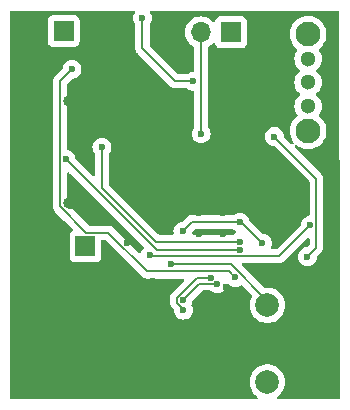
<source format=gbr>
%TF.GenerationSoftware,KiCad,Pcbnew,7.0.9*%
%TF.CreationDate,2024-10-01T20:52:59+03:00*%
%TF.ProjectId,LED-HeadBand,4c45442d-4865-4616-9442-616e642e6b69,rev?*%
%TF.SameCoordinates,Original*%
%TF.FileFunction,Copper,L2,Bot*%
%TF.FilePolarity,Positive*%
%FSLAX46Y46*%
G04 Gerber Fmt 4.6, Leading zero omitted, Abs format (unit mm)*
G04 Created by KiCad (PCBNEW 7.0.9) date 2024-10-01 20:52:59*
%MOMM*%
%LPD*%
G01*
G04 APERTURE LIST*
%TA.AperFunction,ComponentPad*%
%ADD10R,1.700000X1.700000*%
%TD*%
%TA.AperFunction,ComponentPad*%
%ADD11O,1.700000X1.700000*%
%TD*%
%TA.AperFunction,ComponentPad*%
%ADD12C,2.100000*%
%TD*%
%TA.AperFunction,ComponentPad*%
%ADD13C,1.300000*%
%TD*%
%TA.AperFunction,ComponentPad*%
%ADD14C,2.000000*%
%TD*%
%TA.AperFunction,ComponentPad*%
%ADD15O,2.000000X1.000000*%
%TD*%
%TA.AperFunction,ComponentPad*%
%ADD16O,1.800000X1.000000*%
%TD*%
%TA.AperFunction,ComponentPad*%
%ADD17R,1.676403X1.676403*%
%TD*%
%TA.AperFunction,ComponentPad*%
%ADD18C,1.676403*%
%TD*%
%TA.AperFunction,ViaPad*%
%ADD19C,0.600000*%
%TD*%
%TA.AperFunction,Conductor*%
%ADD20C,0.150000*%
%TD*%
%TA.AperFunction,Conductor*%
%ADD21C,0.200000*%
%TD*%
G04 APERTURE END LIST*
D10*
%TO.P,J2,1,Pin_1*%
%TO.N,/Diode_power*%
X142748000Y-27490000D03*
D11*
%TO.P,J2,2,Pin_2*%
%TO.N,/Diode_Cont*%
X140208000Y-27490000D03*
%TO.P,J2,3,Pin_3*%
%TO.N,GND*%
X137668000Y-27490000D03*
%TD*%
D12*
%TO.P,SW2,*%
%TO.N,*%
X149280000Y-35830000D03*
X149280000Y-27630000D03*
D13*
%TO.P,SW2,1,A*%
%TO.N,Net-(SW2A-A)*%
X149280000Y-33730000D03*
%TO.P,SW2,2,B*%
%TO.N,+BATT*%
X149280000Y-31730000D03*
%TO.P,SW2,3,C*%
%TO.N,unconnected-(SW2A-C-Pad3)*%
X149280000Y-29730000D03*
%TD*%
D10*
%TO.P,BT1,1,+*%
%TO.N,+BATT*%
X128579800Y-27381200D03*
D11*
%TO.P,BT1,2,-*%
%TO.N,GND*%
X126039800Y-27381200D03*
%TD*%
D14*
%TO.P,SW1,1,1*%
%TO.N,/Mode_Switch*%
X145832000Y-57098000D03*
X145832000Y-50598000D03*
%TO.P,SW1,2,2*%
%TO.N,GND*%
X150332000Y-57098000D03*
X150332000Y-50598000D03*
%TD*%
D15*
%TO.P,U6,1,EP*%
%TO.N,GND*%
X129506075Y-33309959D03*
%TO.P,U6,2,EP*%
X129506075Y-41950041D03*
D16*
%TO.P,U6,3,EP*%
X125325988Y-33309959D03*
%TO.P,U6,4,EP*%
X125325988Y-41950041D03*
%TD*%
D17*
%TO.P,U7,1,1*%
%TO.N,Net-(C19-Pad1)*%
X130429003Y-45618396D03*
D18*
%TO.P,U7,2,2*%
%TO.N,GND*%
X127888997Y-45618396D03*
%TD*%
D19*
%TO.N,GND*%
X138430000Y-32512000D03*
X131191000Y-30607000D03*
X138557000Y-42799000D03*
X132461000Y-32893000D03*
X142113000Y-44577000D03*
X145415000Y-32766000D03*
X133731000Y-30353000D03*
X136144000Y-48514000D03*
X144018000Y-50292000D03*
X137414000Y-51689000D03*
X133985000Y-45339000D03*
X140081000Y-44577000D03*
X142113000Y-42799000D03*
X140081000Y-42799000D03*
X145542000Y-47879000D03*
X146812000Y-40640000D03*
X136525000Y-31369000D03*
X142367000Y-49022000D03*
X141732000Y-33782000D03*
X136807000Y-50641000D03*
%TO.N,Net-(JP3-B)*%
X149225000Y-46482000D03*
X146431000Y-36320000D03*
%TO.N,Net-(JP2-A)*%
X149479000Y-43815000D03*
X135892000Y-46355000D03*
%TO.N,/GAIN*%
X138721115Y-51016885D03*
X141023798Y-48266500D03*
%TO.N,/A{slash}R*%
X138686897Y-50161397D03*
X141605000Y-48768000D03*
%TO.N,/Diode_Cont*%
X140228500Y-36068000D03*
%TO.N,Net-(Q1-G)*%
X135255000Y-26289000D03*
X139573000Y-31623000D03*
%TO.N,/Mode_Switch*%
X137668000Y-47117000D03*
%TO.N,Net-(U2-VREG_VOUT)*%
X145415000Y-45339000D03*
X143510000Y-43561000D03*
X138684000Y-44323000D03*
%TO.N,/BAT_VOL*%
X129286000Y-30607000D03*
X143127238Y-48236702D03*
%TO.N,/USB_DM*%
X131826000Y-37211000D03*
X143510000Y-45212000D03*
%TO.N,/USB_DP*%
X143510000Y-45938503D03*
X128778000Y-38227000D03*
%TD*%
D20*
%TO.N,Net-(JP3-B)*%
X149225000Y-46482000D02*
X149981000Y-45726000D01*
X149981000Y-45726000D02*
X149981000Y-39870000D01*
X149981000Y-39870000D02*
X146431000Y-36320000D01*
%TO.N,Net-(JP2-A)*%
X149479000Y-43815000D02*
X146853497Y-46440503D01*
X146853497Y-46440503D02*
X135977503Y-46440503D01*
X135977503Y-46440503D02*
X135892000Y-46355000D01*
%TO.N,/GAIN*%
X139872564Y-48266500D02*
X141023798Y-48266500D01*
X138721115Y-50912051D02*
X138182000Y-50372936D01*
X138721115Y-51016885D02*
X138721115Y-50912051D01*
X138182000Y-50372936D02*
X138182000Y-49957064D01*
X138182000Y-49957064D02*
X139872564Y-48266500D01*
%TO.N,/A{slash}R*%
X140080294Y-48768000D02*
X141605000Y-48768000D01*
X138686897Y-50161397D02*
X140080294Y-48768000D01*
D21*
%TO.N,/Diode_Cont*%
X140228500Y-36068000D02*
X140225000Y-36064500D01*
X140225000Y-36064500D02*
X140225000Y-27490000D01*
%TO.N,Net-(Q1-G)*%
X139573000Y-31623000D02*
X138049000Y-31623000D01*
X138049000Y-31623000D02*
X135255000Y-28829000D01*
X135255000Y-28829000D02*
X135255000Y-26289000D01*
%TO.N,/Mode_Switch*%
X145832000Y-50598000D02*
X145832000Y-50196173D01*
X142752827Y-47117000D02*
X137668000Y-47117000D01*
X145832000Y-50196173D02*
X142752827Y-47117000D01*
%TO.N,Net-(U2-VREG_VOUT)*%
X138684000Y-44323000D02*
X139437292Y-43569708D01*
D20*
X143637000Y-43561000D02*
X143510000Y-43561000D01*
X145415000Y-45339000D02*
X143637000Y-43561000D01*
D21*
X139437292Y-43569708D02*
X143501292Y-43569708D01*
X143501292Y-43569708D02*
X143510000Y-43561000D01*
%TO.N,/BAT_VOL*%
X128251000Y-31642000D02*
X128251000Y-42223099D01*
X128251000Y-42223099D02*
X130477901Y-44450000D01*
X142608500Y-47739500D02*
X143129000Y-48260000D01*
X135640209Y-47739500D02*
X142608500Y-47739500D01*
X143129000Y-48260000D02*
X143129000Y-48238464D01*
X130477901Y-44450000D02*
X132350709Y-44450000D01*
X129286000Y-30607000D02*
X128251000Y-31642000D01*
X143129000Y-48238464D02*
X143127238Y-48236702D01*
X132350709Y-44450000D02*
X135640209Y-47739500D01*
%TO.N,/USB_DM*%
X131826000Y-40640000D02*
X136398000Y-45212000D01*
X131826000Y-37211000D02*
X131826000Y-40640000D01*
X136398000Y-45212000D02*
X143510000Y-45212000D01*
%TO.N,/USB_DP*%
X136489503Y-45938503D02*
X128778000Y-38227000D01*
X143510000Y-45938503D02*
X136489503Y-45938503D01*
%TD*%
%TA.AperFunction,Conductor*%
%TO.N,GND*%
G36*
X129056703Y-39355384D02*
G01*
X129063181Y-39361416D01*
X135320662Y-45618897D01*
X135354147Y-45680220D01*
X135349163Y-45749912D01*
X135320663Y-45794259D01*
X135262183Y-45852739D01*
X135166211Y-46005477D01*
X135124908Y-46123515D01*
X135084186Y-46180291D01*
X135019233Y-46206038D01*
X134950671Y-46192582D01*
X134920185Y-46170241D01*
X132806037Y-44056093D01*
X132800683Y-44049988D01*
X132778995Y-44021722D01*
X132778992Y-44021720D01*
X132778991Y-44021718D01*
X132653550Y-43925464D01*
X132507471Y-43864956D01*
X132499002Y-43863841D01*
X132424855Y-43854079D01*
X132350710Y-43844318D01*
X132350709Y-43844318D01*
X132315379Y-43848969D01*
X132307281Y-43849500D01*
X130777998Y-43849500D01*
X130710959Y-43829815D01*
X130690317Y-43813181D01*
X128887819Y-42010683D01*
X128854334Y-41949360D01*
X128851500Y-41923002D01*
X128851500Y-39449097D01*
X128871185Y-39382058D01*
X128923989Y-39336303D01*
X128993147Y-39326359D01*
X129056703Y-39355384D01*
G37*
%TD.AperFunction*%
%TA.AperFunction,Conductor*%
G36*
X143005190Y-44189215D02*
G01*
X143152070Y-44281507D01*
X143198360Y-44333841D01*
X143209008Y-44402895D01*
X143180633Y-44466743D01*
X143152070Y-44491493D01*
X143007739Y-44582183D01*
X143004903Y-44584445D01*
X143002723Y-44585335D01*
X143001843Y-44585888D01*
X143001746Y-44585733D01*
X142940217Y-44610855D01*
X142927588Y-44611500D01*
X139595815Y-44611500D01*
X139528776Y-44591815D01*
X139483021Y-44539011D01*
X139472594Y-44473619D01*
X139479161Y-44415329D01*
X139506226Y-44350918D01*
X139514680Y-44341554D01*
X139649709Y-44206525D01*
X139711032Y-44173042D01*
X139737389Y-44170208D01*
X142939217Y-44170208D01*
X143005190Y-44189215D01*
G37*
%TD.AperFunction*%
%TA.AperFunction,Conductor*%
G36*
X134551267Y-25673685D02*
G01*
X134597022Y-25726489D01*
X134606966Y-25795647D01*
X134589221Y-25843973D01*
X134529211Y-25939475D01*
X134469631Y-26109745D01*
X134469630Y-26109750D01*
X134449435Y-26288996D01*
X134449435Y-26289003D01*
X134469630Y-26468249D01*
X134469631Y-26468254D01*
X134529211Y-26638523D01*
X134625185Y-26791263D01*
X134627445Y-26794097D01*
X134628334Y-26796275D01*
X134628889Y-26797158D01*
X134628734Y-26797255D01*
X134653855Y-26858783D01*
X134654500Y-26871412D01*
X134654500Y-28785571D01*
X134653969Y-28793669D01*
X134649318Y-28829000D01*
X134654500Y-28868361D01*
X134656843Y-28886159D01*
X134669955Y-28985760D01*
X134669956Y-28985762D01*
X134726282Y-29121746D01*
X134730464Y-29131841D01*
X134826718Y-29257282D01*
X134854995Y-29278980D01*
X134861085Y-29284320D01*
X136228817Y-30652052D01*
X137593669Y-32016904D01*
X137599020Y-32023005D01*
X137620718Y-32051282D01*
X137676976Y-32094450D01*
X137746159Y-32147536D01*
X137746161Y-32147536D01*
X137746163Y-32147538D01*
X137819198Y-32177790D01*
X137892238Y-32208044D01*
X137970619Y-32218363D01*
X138048999Y-32228682D01*
X138049000Y-32228682D01*
X138084329Y-32224030D01*
X138092428Y-32223500D01*
X138990588Y-32223500D01*
X139057627Y-32243185D01*
X139067903Y-32250555D01*
X139070736Y-32252814D01*
X139070738Y-32252816D01*
X139223478Y-32348789D01*
X139393745Y-32408368D01*
X139393750Y-32408369D01*
X139456780Y-32415470D01*
X139514383Y-32421960D01*
X139578797Y-32449026D01*
X139618352Y-32506620D01*
X139624500Y-32545180D01*
X139624500Y-35489976D01*
X139604815Y-35557015D01*
X139599570Y-35564328D01*
X139502711Y-35718476D01*
X139443131Y-35888745D01*
X139443130Y-35888750D01*
X139422935Y-36067996D01*
X139422935Y-36068003D01*
X139443130Y-36247249D01*
X139443131Y-36247254D01*
X139502711Y-36417523D01*
X139554067Y-36499255D01*
X139598684Y-36570262D01*
X139726238Y-36697816D01*
X139878978Y-36793789D01*
X140049245Y-36853368D01*
X140049250Y-36853369D01*
X140228496Y-36873565D01*
X140228500Y-36873565D01*
X140228504Y-36873565D01*
X140407749Y-36853369D01*
X140407752Y-36853368D01*
X140407755Y-36853368D01*
X140578022Y-36793789D01*
X140730762Y-36697816D01*
X140858316Y-36570262D01*
X140954289Y-36417522D01*
X141013868Y-36247255D01*
X141033468Y-36073302D01*
X141034065Y-36068003D01*
X141034065Y-36067996D01*
X141013869Y-35888750D01*
X141013868Y-35888745D01*
X140993312Y-35830000D01*
X140954289Y-35718478D01*
X140858316Y-35565738D01*
X140858315Y-35565737D01*
X140853975Y-35560295D01*
X140856036Y-35558651D01*
X140828334Y-35507918D01*
X140825500Y-35481560D01*
X140825500Y-28770457D01*
X140845185Y-28703418D01*
X140882134Y-28668194D01*
X140881396Y-28667140D01*
X140993352Y-28588747D01*
X141079401Y-28528495D01*
X141201329Y-28406566D01*
X141262648Y-28373084D01*
X141332340Y-28378068D01*
X141388274Y-28419939D01*
X141405189Y-28450917D01*
X141454202Y-28582328D01*
X141454206Y-28582335D01*
X141540452Y-28697544D01*
X141540455Y-28697547D01*
X141655664Y-28783793D01*
X141655671Y-28783797D01*
X141790517Y-28834091D01*
X141790516Y-28834091D01*
X141797444Y-28834835D01*
X141850127Y-28840500D01*
X143645872Y-28840499D01*
X143705483Y-28834091D01*
X143840331Y-28783796D01*
X143955546Y-28697546D01*
X144041796Y-28582331D01*
X144092091Y-28447483D01*
X144098500Y-28387873D01*
X144098499Y-26592128D01*
X144092091Y-26532517D01*
X144090810Y-26529083D01*
X144041797Y-26397671D01*
X144041793Y-26397664D01*
X143955547Y-26282455D01*
X143955544Y-26282452D01*
X143840335Y-26196206D01*
X143840328Y-26196202D01*
X143705482Y-26145908D01*
X143705483Y-26145908D01*
X143645883Y-26139501D01*
X143645881Y-26139500D01*
X143645873Y-26139500D01*
X143645864Y-26139500D01*
X141850129Y-26139500D01*
X141850123Y-26139501D01*
X141790516Y-26145908D01*
X141655671Y-26196202D01*
X141655664Y-26196206D01*
X141540455Y-26282452D01*
X141540452Y-26282455D01*
X141454206Y-26397664D01*
X141454203Y-26397669D01*
X141405189Y-26529083D01*
X141363317Y-26585016D01*
X141297853Y-26609433D01*
X141229580Y-26594581D01*
X141201326Y-26573430D01*
X141079402Y-26451506D01*
X141079395Y-26451501D01*
X140885834Y-26315967D01*
X140885830Y-26315965D01*
X140828010Y-26289003D01*
X140671663Y-26216097D01*
X140671659Y-26216096D01*
X140671655Y-26216094D01*
X140443413Y-26154938D01*
X140443403Y-26154936D01*
X140208001Y-26134341D01*
X140207999Y-26134341D01*
X139972596Y-26154936D01*
X139972586Y-26154938D01*
X139744344Y-26216094D01*
X139744335Y-26216098D01*
X139530171Y-26315964D01*
X139530169Y-26315965D01*
X139336597Y-26451505D01*
X139169505Y-26618597D01*
X139033965Y-26812169D01*
X139033964Y-26812171D01*
X138934098Y-27026335D01*
X138934094Y-27026344D01*
X138872938Y-27254586D01*
X138872936Y-27254596D01*
X138852341Y-27489999D01*
X138852341Y-27490000D01*
X138872936Y-27725403D01*
X138872938Y-27725413D01*
X138934094Y-27953655D01*
X138934096Y-27953659D01*
X138934097Y-27953663D01*
X139007284Y-28110612D01*
X139033965Y-28167830D01*
X139033967Y-28167834D01*
X139169501Y-28361395D01*
X139169506Y-28361402D01*
X139336597Y-28528493D01*
X139336603Y-28528498D01*
X139358989Y-28544173D01*
X139530170Y-28664035D01*
X139536829Y-28667140D01*
X139552904Y-28674636D01*
X139605344Y-28720808D01*
X139624500Y-28787018D01*
X139624500Y-30700818D01*
X139604815Y-30767857D01*
X139552011Y-30813612D01*
X139514384Y-30824038D01*
X139393749Y-30837630D01*
X139393745Y-30837631D01*
X139223476Y-30897211D01*
X139070736Y-30993185D01*
X139067903Y-30995445D01*
X139065724Y-30996334D01*
X139064842Y-30996889D01*
X139064744Y-30996734D01*
X139003217Y-31021855D01*
X138990588Y-31022500D01*
X138349097Y-31022500D01*
X138282058Y-31002815D01*
X138261416Y-30986181D01*
X135891819Y-28616584D01*
X135858334Y-28555261D01*
X135855500Y-28528903D01*
X135855500Y-26871412D01*
X135875185Y-26804373D01*
X135882555Y-26794097D01*
X135884810Y-26791267D01*
X135884816Y-26791262D01*
X135980789Y-26638522D01*
X136040368Y-26468255D01*
X136042255Y-26451506D01*
X136060565Y-26289003D01*
X136060565Y-26288996D01*
X136040369Y-26109750D01*
X136040368Y-26109745D01*
X135980788Y-25939475D01*
X135920779Y-25843973D01*
X135901778Y-25776736D01*
X135922145Y-25709901D01*
X135975413Y-25664686D01*
X136025772Y-25654000D01*
X151768478Y-25654000D01*
X151835517Y-25673685D01*
X151881272Y-25726489D01*
X151892476Y-25777520D01*
X151988577Y-50667364D01*
X151999500Y-53496500D01*
X151999500Y-58414500D01*
X151979815Y-58481539D01*
X151927011Y-58527294D01*
X151875500Y-58538500D01*
X146785411Y-58538500D01*
X146718372Y-58518815D01*
X146672617Y-58466011D01*
X146662673Y-58396853D01*
X146691698Y-58333297D01*
X146709249Y-58316647D01*
X146788829Y-58254706D01*
X146851744Y-58205738D01*
X147020164Y-58022785D01*
X147156173Y-57814607D01*
X147256063Y-57586881D01*
X147317108Y-57345821D01*
X147337643Y-57098000D01*
X147317108Y-56850179D01*
X147256063Y-56609119D01*
X147156173Y-56381393D01*
X147020166Y-56173217D01*
X146998557Y-56149744D01*
X146851744Y-55990262D01*
X146655509Y-55837526D01*
X146655507Y-55837525D01*
X146655506Y-55837524D01*
X146436811Y-55719172D01*
X146436802Y-55719169D01*
X146201616Y-55638429D01*
X145956335Y-55597500D01*
X145707665Y-55597500D01*
X145462383Y-55638429D01*
X145227197Y-55719169D01*
X145227188Y-55719172D01*
X145008493Y-55837524D01*
X144812257Y-55990261D01*
X144643833Y-56173217D01*
X144507826Y-56381393D01*
X144407936Y-56609118D01*
X144346892Y-56850175D01*
X144346890Y-56850187D01*
X144326357Y-57097994D01*
X144326357Y-57098005D01*
X144346890Y-57345812D01*
X144346892Y-57345824D01*
X144407936Y-57586881D01*
X144507826Y-57814606D01*
X144643833Y-58022782D01*
X144643836Y-58022785D01*
X144812256Y-58205738D01*
X144812259Y-58205740D01*
X144812262Y-58205743D01*
X144954751Y-58316647D01*
X144995564Y-58373357D01*
X144999239Y-58443130D01*
X144964607Y-58503813D01*
X144902666Y-58536140D01*
X144878589Y-58538500D01*
X124124500Y-58538500D01*
X124057461Y-58518815D01*
X124011706Y-58466011D01*
X124000500Y-58414500D01*
X124000500Y-42223099D01*
X127645318Y-42223099D01*
X127650500Y-42262459D01*
X127665955Y-42379859D01*
X127665956Y-42379861D01*
X127726464Y-42525940D01*
X127822718Y-42651381D01*
X127850995Y-42673079D01*
X127857085Y-42678419D01*
X128616437Y-43437771D01*
X129342553Y-44163887D01*
X129376038Y-44225210D01*
X129371054Y-44294902D01*
X129329184Y-44350834D01*
X129233253Y-44422649D01*
X129147007Y-44537858D01*
X129147003Y-44537865D01*
X129096709Y-44672711D01*
X129090302Y-44732310D01*
X129090301Y-44732329D01*
X129090301Y-46504468D01*
X129090302Y-46504474D01*
X129096709Y-46564081D01*
X129147003Y-46698926D01*
X129147007Y-46698933D01*
X129233253Y-46814142D01*
X129233256Y-46814145D01*
X129348465Y-46900391D01*
X129348472Y-46900395D01*
X129483318Y-46950689D01*
X129483317Y-46950689D01*
X129490245Y-46951433D01*
X129542928Y-46957098D01*
X131315077Y-46957097D01*
X131374688Y-46950689D01*
X131509536Y-46900394D01*
X131624751Y-46814144D01*
X131711001Y-46698929D01*
X131761296Y-46564081D01*
X131767705Y-46504471D01*
X131767704Y-45174499D01*
X131787389Y-45107461D01*
X131840192Y-45061706D01*
X131891704Y-45050500D01*
X132050612Y-45050500D01*
X132117651Y-45070185D01*
X132138293Y-45086819D01*
X135184878Y-48133404D01*
X135190229Y-48139505D01*
X135211927Y-48167782D01*
X135263445Y-48207313D01*
X135337368Y-48264036D01*
X135483447Y-48324544D01*
X135640208Y-48345183D01*
X135640209Y-48345183D01*
X135675543Y-48340530D01*
X135683643Y-48340000D01*
X138685822Y-48340000D01*
X138752861Y-48359685D01*
X138798616Y-48412489D01*
X138808560Y-48481647D01*
X138779535Y-48545203D01*
X138773505Y-48551678D01*
X138282916Y-49042267D01*
X137804608Y-49520575D01*
X137798507Y-49525925D01*
X137771550Y-49546612D01*
X137747549Y-49577888D01*
X137747534Y-49577908D01*
X137713113Y-49622768D01*
X137679300Y-49666833D01*
X137621313Y-49806827D01*
X137621313Y-49806828D01*
X137605957Y-49923470D01*
X137605955Y-49923483D01*
X137601535Y-49957064D01*
X137605969Y-49990742D01*
X137606500Y-49998844D01*
X137606500Y-50331155D01*
X137605969Y-50339252D01*
X137604531Y-50350179D01*
X137601535Y-50372934D01*
X137606021Y-50407019D01*
X137606023Y-50407034D01*
X137621313Y-50523171D01*
X137621313Y-50523172D01*
X137651069Y-50595009D01*
X137679301Y-50663168D01*
X137749680Y-50754888D01*
X137749689Y-50754899D01*
X137771546Y-50783384D01*
X137771547Y-50783385D01*
X137771549Y-50783387D01*
X137795053Y-50801422D01*
X137798506Y-50804072D01*
X137804609Y-50809425D01*
X137883098Y-50887914D01*
X137916583Y-50949237D01*
X137918637Y-50989475D01*
X137915551Y-51016881D01*
X137915550Y-51016887D01*
X137915550Y-51016888D01*
X137935745Y-51196134D01*
X137935746Y-51196139D01*
X137995326Y-51366408D01*
X138091299Y-51519147D01*
X138218853Y-51646701D01*
X138371593Y-51742674D01*
X138541860Y-51802253D01*
X138541865Y-51802254D01*
X138721111Y-51822450D01*
X138721115Y-51822450D01*
X138721119Y-51822450D01*
X138900364Y-51802254D01*
X138900367Y-51802253D01*
X138900370Y-51802253D01*
X139070637Y-51742674D01*
X139223377Y-51646701D01*
X139350931Y-51519147D01*
X139446904Y-51366407D01*
X139506483Y-51196140D01*
X139506484Y-51196134D01*
X139526680Y-51016888D01*
X139526680Y-51016881D01*
X139506484Y-50837635D01*
X139506483Y-50837630D01*
X139495606Y-50806545D01*
X139446904Y-50667363D01*
X139421342Y-50626682D01*
X139402342Y-50559447D01*
X139412016Y-50518062D01*
X139410386Y-50517492D01*
X139472263Y-50340659D01*
X139472266Y-50340647D01*
X139486548Y-50213883D01*
X139513614Y-50149469D01*
X139522077Y-50140095D01*
X140282355Y-49379819D01*
X140343678Y-49346334D01*
X140370036Y-49343500D01*
X140997060Y-49343500D01*
X141064099Y-49363185D01*
X141084741Y-49379819D01*
X141102738Y-49397816D01*
X141193080Y-49454582D01*
X141249864Y-49490262D01*
X141255478Y-49493789D01*
X141406440Y-49546613D01*
X141425745Y-49553368D01*
X141425750Y-49553369D01*
X141604996Y-49573565D01*
X141605000Y-49573565D01*
X141605004Y-49573565D01*
X141784249Y-49553369D01*
X141784252Y-49553368D01*
X141784255Y-49553368D01*
X141954522Y-49493789D01*
X142107262Y-49397816D01*
X142234816Y-49270262D01*
X142330789Y-49117522D01*
X142390368Y-48947255D01*
X142393471Y-48919711D01*
X142420535Y-48855300D01*
X142478129Y-48815744D01*
X142547966Y-48813604D01*
X142604372Y-48845914D01*
X142624976Y-48866518D01*
X142777716Y-48962491D01*
X142947983Y-49022070D01*
X142947988Y-49022071D01*
X143127234Y-49042267D01*
X143127238Y-49042267D01*
X143127242Y-49042267D01*
X143306487Y-49022071D01*
X143306490Y-49022070D01*
X143306493Y-49022070D01*
X143476760Y-48962491D01*
X143560270Y-48910017D01*
X143627506Y-48891018D01*
X143694342Y-48911386D01*
X143713923Y-48927331D01*
X144499911Y-49713319D01*
X144533396Y-49774642D01*
X144528412Y-49844334D01*
X144516043Y-49868815D01*
X144507827Y-49881391D01*
X144407936Y-50109118D01*
X144346892Y-50350175D01*
X144346890Y-50350187D01*
X144326357Y-50597994D01*
X144326357Y-50598005D01*
X144346890Y-50845812D01*
X144346892Y-50845824D01*
X144407936Y-51086881D01*
X144507826Y-51314606D01*
X144643833Y-51522782D01*
X144643836Y-51522785D01*
X144812256Y-51705738D01*
X145008491Y-51858474D01*
X145227190Y-51976828D01*
X145462386Y-52057571D01*
X145707665Y-52098500D01*
X145956335Y-52098500D01*
X146201614Y-52057571D01*
X146436810Y-51976828D01*
X146655509Y-51858474D01*
X146851744Y-51705738D01*
X147020164Y-51522785D01*
X147156173Y-51314607D01*
X147256063Y-51086881D01*
X147317108Y-50845821D01*
X147317109Y-50845812D01*
X147337643Y-50598005D01*
X147337643Y-50597994D01*
X147317109Y-50350187D01*
X147317107Y-50350175D01*
X147256063Y-50109118D01*
X147156173Y-49881393D01*
X147020166Y-49673217D01*
X146973724Y-49622768D01*
X146851744Y-49490262D01*
X146655509Y-49337526D01*
X146655507Y-49337525D01*
X146655506Y-49337524D01*
X146436811Y-49219172D01*
X146436802Y-49219169D01*
X146201616Y-49138429D01*
X145956335Y-49097500D01*
X145707665Y-49097500D01*
X145707662Y-49097500D01*
X145663405Y-49104884D01*
X145594041Y-49096501D01*
X145555318Y-49070256D01*
X143712746Y-47227684D01*
X143679261Y-47166361D01*
X143684245Y-47096669D01*
X143726117Y-47040736D01*
X143791581Y-47016319D01*
X143800427Y-47016003D01*
X146811716Y-47016003D01*
X146819814Y-47016533D01*
X146840231Y-47019221D01*
X146853496Y-47020968D01*
X146853497Y-47020968D01*
X146889282Y-47016257D01*
X146889306Y-47016254D01*
X146891212Y-47016003D01*
X146891217Y-47016003D01*
X147003733Y-47001190D01*
X147143730Y-46943201D01*
X147149465Y-46938799D01*
X147153463Y-46935733D01*
X147199521Y-46900391D01*
X147233765Y-46874115D01*
X147233765Y-46874113D01*
X147241856Y-46867906D01*
X147241859Y-46867902D01*
X147263948Y-46850954D01*
X147284635Y-46823992D01*
X147289977Y-46817901D01*
X149193820Y-44914058D01*
X149255142Y-44880575D01*
X149324834Y-44885559D01*
X149380767Y-44927431D01*
X149405184Y-44992895D01*
X149405500Y-45001741D01*
X149405500Y-45436257D01*
X149385815Y-45503296D01*
X149369181Y-45523939D01*
X149246310Y-45646809D01*
X149184987Y-45680293D01*
X149172513Y-45682347D01*
X149045750Y-45696630D01*
X148875478Y-45756210D01*
X148722737Y-45852184D01*
X148595184Y-45979737D01*
X148499211Y-46132476D01*
X148439631Y-46302745D01*
X148439630Y-46302750D01*
X148419435Y-46481996D01*
X148419435Y-46482003D01*
X148439630Y-46661249D01*
X148439631Y-46661254D01*
X148499211Y-46831523D01*
X148569384Y-46943202D01*
X148595184Y-46984262D01*
X148722738Y-47111816D01*
X148875478Y-47207789D01*
X148932335Y-47227684D01*
X149045745Y-47267368D01*
X149045750Y-47267369D01*
X149224996Y-47287565D01*
X149225000Y-47287565D01*
X149225004Y-47287565D01*
X149404249Y-47267369D01*
X149404252Y-47267368D01*
X149404255Y-47267368D01*
X149574522Y-47207789D01*
X149727262Y-47111816D01*
X149854816Y-46984262D01*
X149950789Y-46831522D01*
X150010368Y-46661255D01*
X150024651Y-46534485D01*
X150051717Y-46470072D01*
X150060180Y-46460698D01*
X150358398Y-46162480D01*
X150364489Y-46157138D01*
X150391451Y-46136451D01*
X150394500Y-46132478D01*
X150408394Y-46114370D01*
X150408405Y-46114358D01*
X150483698Y-46016233D01*
X150498815Y-45979737D01*
X150541687Y-45876236D01*
X150543166Y-45865003D01*
X150556500Y-45763720D01*
X150556500Y-45763714D01*
X150561465Y-45726000D01*
X150557030Y-45692316D01*
X150556500Y-45684219D01*
X150556500Y-39911780D01*
X150557031Y-39903678D01*
X150561465Y-39869999D01*
X150560797Y-39864929D01*
X150556766Y-39834313D01*
X150556765Y-39834294D01*
X150555576Y-39825265D01*
X150541687Y-39719764D01*
X150483698Y-39579767D01*
X150414612Y-39489732D01*
X150413660Y-39488491D01*
X150413656Y-39488486D01*
X150391449Y-39459547D01*
X150377830Y-39449097D01*
X150364490Y-39438861D01*
X150358400Y-39433520D01*
X148180486Y-37255606D01*
X148147001Y-37194283D01*
X148151985Y-37124591D01*
X148193857Y-37068658D01*
X148259321Y-37044241D01*
X148327594Y-37059093D01*
X148348696Y-37073633D01*
X148365821Y-37088259D01*
X148365823Y-37088260D01*
X148365824Y-37088261D01*
X148365826Y-37088262D01*
X148573910Y-37215777D01*
X148799381Y-37309169D01*
X148799378Y-37309169D01*
X148799384Y-37309170D01*
X148799388Y-37309172D01*
X149036698Y-37366146D01*
X149280000Y-37385294D01*
X149523302Y-37366146D01*
X149760612Y-37309172D01*
X149986089Y-37215777D01*
X150194179Y-37088259D01*
X150379759Y-36929759D01*
X150538259Y-36744179D01*
X150665777Y-36536089D01*
X150759172Y-36310612D01*
X150816146Y-36073302D01*
X150835294Y-35830000D01*
X150816146Y-35586698D01*
X150759172Y-35349388D01*
X150665777Y-35123911D01*
X150665777Y-35123910D01*
X150538262Y-34915826D01*
X150538261Y-34915823D01*
X150502453Y-34873897D01*
X150379759Y-34730241D01*
X150302372Y-34664146D01*
X150217233Y-34591430D01*
X150179040Y-34532923D01*
X150178542Y-34463055D01*
X150198811Y-34422414D01*
X150262366Y-34338255D01*
X150357405Y-34147389D01*
X150415756Y-33942310D01*
X150435429Y-33730000D01*
X150415756Y-33517690D01*
X150357405Y-33312611D01*
X150357403Y-33312606D01*
X150357403Y-33312605D01*
X150262367Y-33121746D01*
X150133870Y-32951591D01*
X149991318Y-32821637D01*
X149955036Y-32761926D01*
X149956797Y-32692078D01*
X149991318Y-32638363D01*
X150093534Y-32545180D01*
X150133872Y-32508407D01*
X150262366Y-32338255D01*
X150309705Y-32243185D01*
X150357403Y-32147394D01*
X150357403Y-32147393D01*
X150357405Y-32147389D01*
X150415756Y-31942310D01*
X150435429Y-31730000D01*
X150415756Y-31517690D01*
X150357405Y-31312611D01*
X150357403Y-31312606D01*
X150357403Y-31312605D01*
X150262367Y-31121746D01*
X150167659Y-30996334D01*
X150133872Y-30951593D01*
X149991317Y-30821636D01*
X149955036Y-30761926D01*
X149956797Y-30692078D01*
X149991318Y-30638363D01*
X150046053Y-30588465D01*
X150133872Y-30508407D01*
X150262366Y-30338255D01*
X150357405Y-30147389D01*
X150415756Y-29942310D01*
X150435429Y-29730000D01*
X150415756Y-29517690D01*
X150357405Y-29312611D01*
X150357403Y-29312606D01*
X150357403Y-29312605D01*
X150262366Y-29121745D01*
X150198812Y-29037587D01*
X150174119Y-28972226D01*
X150188684Y-28903891D01*
X150217233Y-28868569D01*
X150217478Y-28868360D01*
X150379759Y-28729759D01*
X150538259Y-28544179D01*
X150665777Y-28336089D01*
X150759172Y-28110612D01*
X150816146Y-27873302D01*
X150835294Y-27630000D01*
X150816146Y-27386698D01*
X150759172Y-27149388D01*
X150665777Y-26923911D01*
X150665777Y-26923910D01*
X150538262Y-26715826D01*
X150538261Y-26715823D01*
X150472240Y-26638523D01*
X150379759Y-26530241D01*
X150224531Y-26397664D01*
X150194176Y-26371738D01*
X150194173Y-26371737D01*
X149986089Y-26244222D01*
X149760618Y-26150830D01*
X149760621Y-26150830D01*
X149654992Y-26125470D01*
X149523302Y-26093854D01*
X149523300Y-26093853D01*
X149523297Y-26093853D01*
X149280000Y-26074706D01*
X149036702Y-26093853D01*
X148799380Y-26150830D01*
X148573910Y-26244222D01*
X148365826Y-26371737D01*
X148365823Y-26371738D01*
X148180241Y-26530241D01*
X148021738Y-26715823D01*
X148021737Y-26715826D01*
X147894222Y-26923910D01*
X147800830Y-27149380D01*
X147743853Y-27386702D01*
X147724706Y-27630000D01*
X147743853Y-27873297D01*
X147743853Y-27873300D01*
X147743854Y-27873302D01*
X147763147Y-27953663D01*
X147800830Y-28110619D01*
X147894222Y-28336089D01*
X148021737Y-28544173D01*
X148021738Y-28544176D01*
X148075449Y-28607063D01*
X148180241Y-28729759D01*
X148255075Y-28793673D01*
X148342766Y-28868569D01*
X148380959Y-28927076D01*
X148381457Y-28996944D01*
X148361188Y-29037586D01*
X148297633Y-29121746D01*
X148202596Y-29312605D01*
X148202596Y-29312607D01*
X148144244Y-29517689D01*
X148124571Y-29729999D01*
X148124571Y-29730000D01*
X148144244Y-29942310D01*
X148202596Y-30147392D01*
X148202596Y-30147394D01*
X148297632Y-30338253D01*
X148426127Y-30508406D01*
X148568682Y-30638363D01*
X148604963Y-30698075D01*
X148603202Y-30767922D01*
X148568682Y-30821637D01*
X148426127Y-30951593D01*
X148297632Y-31121746D01*
X148202596Y-31312605D01*
X148202596Y-31312607D01*
X148153478Y-31485238D01*
X148144244Y-31517690D01*
X148124571Y-31730000D01*
X148144244Y-31942310D01*
X148175249Y-32051281D01*
X148202596Y-32147392D01*
X148202596Y-32147394D01*
X148297632Y-32338253D01*
X148426127Y-32508406D01*
X148568682Y-32638363D01*
X148604963Y-32698075D01*
X148603202Y-32767922D01*
X148568682Y-32821637D01*
X148426127Y-32951593D01*
X148297632Y-33121746D01*
X148202596Y-33312605D01*
X148202596Y-33312607D01*
X148144244Y-33517689D01*
X148124571Y-33729999D01*
X148124571Y-33730000D01*
X148144244Y-33942310D01*
X148202596Y-34147392D01*
X148202596Y-34147394D01*
X148297633Y-34338253D01*
X148297634Y-34338255D01*
X148329501Y-34380454D01*
X148361188Y-34422414D01*
X148385880Y-34487775D01*
X148371315Y-34556110D01*
X148342766Y-34591431D01*
X148180241Y-34730241D01*
X148021738Y-34915823D01*
X148021737Y-34915826D01*
X147894222Y-35123910D01*
X147800830Y-35349380D01*
X147743853Y-35586702D01*
X147724706Y-35830000D01*
X147743853Y-36073297D01*
X147743853Y-36073300D01*
X147743854Y-36073302D01*
X147793475Y-36279987D01*
X147800830Y-36310619D01*
X147894222Y-36536089D01*
X148021737Y-36744173D01*
X148021738Y-36744175D01*
X148036365Y-36761301D01*
X148064935Y-36825062D01*
X148054498Y-36894148D01*
X148008367Y-36946624D01*
X147941188Y-36965829D01*
X147874291Y-36945666D01*
X147854393Y-36929513D01*
X147266190Y-36341310D01*
X147232705Y-36279987D01*
X147230651Y-36267512D01*
X147216369Y-36140750D01*
X147216368Y-36140745D01*
X147156788Y-35970476D01*
X147105433Y-35888745D01*
X147060816Y-35817738D01*
X146933262Y-35690184D01*
X146780523Y-35594211D01*
X146610254Y-35534631D01*
X146610249Y-35534630D01*
X146431004Y-35514435D01*
X146430996Y-35514435D01*
X146251750Y-35534630D01*
X146251745Y-35534631D01*
X146081476Y-35594211D01*
X145928737Y-35690184D01*
X145801184Y-35817737D01*
X145705211Y-35970476D01*
X145645631Y-36140745D01*
X145645630Y-36140750D01*
X145625435Y-36319996D01*
X145625435Y-36320003D01*
X145645630Y-36499249D01*
X145645631Y-36499254D01*
X145705211Y-36669523D01*
X145783293Y-36793789D01*
X145801184Y-36822262D01*
X145928738Y-36949816D01*
X146081478Y-37045789D01*
X146202856Y-37088261D01*
X146251745Y-37105368D01*
X146251750Y-37105369D01*
X146378512Y-37119651D01*
X146442926Y-37146717D01*
X146452310Y-37155190D01*
X149369181Y-40072061D01*
X149402666Y-40133384D01*
X149405500Y-40159742D01*
X149405500Y-42906902D01*
X149385815Y-42973941D01*
X149333011Y-43019696D01*
X149306316Y-43027096D01*
X149306541Y-43028080D01*
X149299753Y-43029629D01*
X149129478Y-43089210D01*
X148976737Y-43185184D01*
X148849184Y-43312737D01*
X148753210Y-43465478D01*
X148693630Y-43635750D01*
X148679347Y-43762513D01*
X148652280Y-43826927D01*
X148643808Y-43836310D01*
X146651436Y-45828684D01*
X146590113Y-45862169D01*
X146563755Y-45865003D01*
X146253146Y-45865003D01*
X146186107Y-45845318D01*
X146140352Y-45792514D01*
X146130408Y-45723356D01*
X146138968Y-45695262D01*
X146138489Y-45695095D01*
X146200368Y-45518254D01*
X146200369Y-45518249D01*
X146220565Y-45339003D01*
X146220565Y-45338996D01*
X146200369Y-45159750D01*
X146200368Y-45159745D01*
X146174850Y-45086819D01*
X146140789Y-44989478D01*
X146044816Y-44836738D01*
X145917262Y-44709184D01*
X145859216Y-44672711D01*
X145764521Y-44613210D01*
X145594249Y-44553630D01*
X145467485Y-44539347D01*
X145403071Y-44512280D01*
X145393688Y-44503808D01*
X144327651Y-43437771D01*
X144299890Y-43387540D01*
X144297668Y-43388318D01*
X144235789Y-43211478D01*
X144139815Y-43058737D01*
X144012262Y-42931184D01*
X143859523Y-42835211D01*
X143689254Y-42775631D01*
X143689249Y-42775630D01*
X143510004Y-42755435D01*
X143509996Y-42755435D01*
X143330750Y-42775630D01*
X143330745Y-42775631D01*
X143160476Y-42835211D01*
X143007737Y-42931184D01*
X143006033Y-42932889D01*
X143004660Y-42933638D01*
X143002295Y-42935525D01*
X143001964Y-42935110D01*
X142944710Y-42966374D01*
X142918352Y-42969208D01*
X139480720Y-42969208D01*
X139472621Y-42968677D01*
X139437292Y-42964026D01*
X139397931Y-42969208D01*
X139280531Y-42984663D01*
X139280529Y-42984664D01*
X139134452Y-43045171D01*
X139009006Y-43141429D01*
X138987316Y-43169698D01*
X138981963Y-43175802D01*
X138665465Y-43492298D01*
X138604142Y-43525783D01*
X138591668Y-43527837D01*
X138504750Y-43537630D01*
X138334478Y-43597210D01*
X138181737Y-43693184D01*
X138054184Y-43820737D01*
X137958211Y-43973476D01*
X137898631Y-44143745D01*
X137898630Y-44143750D01*
X137878435Y-44322996D01*
X137878435Y-44323002D01*
X137895405Y-44473616D01*
X137883351Y-44542438D01*
X137836002Y-44593818D01*
X137772185Y-44611500D01*
X136698097Y-44611500D01*
X136631058Y-44591815D01*
X136610416Y-44575181D01*
X132462819Y-40427584D01*
X132429334Y-40366261D01*
X132426500Y-40339903D01*
X132426500Y-37793412D01*
X132446185Y-37726373D01*
X132453555Y-37716097D01*
X132455810Y-37713267D01*
X132455816Y-37713262D01*
X132551789Y-37560522D01*
X132611368Y-37390255D01*
X132611927Y-37385293D01*
X132631565Y-37211003D01*
X132631565Y-37210996D01*
X132611369Y-37031750D01*
X132611368Y-37031745D01*
X132581248Y-36945666D01*
X132551789Y-36861478D01*
X132455816Y-36708738D01*
X132328262Y-36581184D01*
X132256494Y-36536089D01*
X132175523Y-36485211D01*
X132005254Y-36425631D01*
X132005249Y-36425630D01*
X131826004Y-36405435D01*
X131825996Y-36405435D01*
X131646750Y-36425630D01*
X131646745Y-36425631D01*
X131476476Y-36485211D01*
X131323737Y-36581184D01*
X131196184Y-36708737D01*
X131100211Y-36861476D01*
X131040631Y-37031745D01*
X131040630Y-37031750D01*
X131020435Y-37210996D01*
X131020435Y-37211003D01*
X131040630Y-37390249D01*
X131040631Y-37390254D01*
X131100211Y-37560523D01*
X131196185Y-37713263D01*
X131198445Y-37716097D01*
X131199334Y-37718275D01*
X131199889Y-37719158D01*
X131199734Y-37719255D01*
X131224855Y-37780783D01*
X131225500Y-37793412D01*
X131225500Y-39525903D01*
X131205815Y-39592942D01*
X131153011Y-39638697D01*
X131083853Y-39648641D01*
X131020297Y-39619616D01*
X131013819Y-39613584D01*
X129608700Y-38208465D01*
X129575215Y-38147142D01*
X129573163Y-38134686D01*
X129563368Y-38047745D01*
X129503789Y-37877478D01*
X129407816Y-37724738D01*
X129280262Y-37597184D01*
X129127521Y-37501210D01*
X128957246Y-37441629D01*
X128950459Y-37440080D01*
X128951008Y-37437671D01*
X128897178Y-37415035D01*
X128857637Y-37357430D01*
X128851500Y-37318902D01*
X128851500Y-31942096D01*
X128871185Y-31875057D01*
X128887815Y-31854419D01*
X129304535Y-31437698D01*
X129365856Y-31404215D01*
X129378311Y-31402163D01*
X129465255Y-31392368D01*
X129635522Y-31332789D01*
X129788262Y-31236816D01*
X129915816Y-31109262D01*
X130011789Y-30956522D01*
X130071368Y-30786255D01*
X130073441Y-30767857D01*
X130091565Y-30607003D01*
X130091565Y-30606996D01*
X130071369Y-30427750D01*
X130071368Y-30427745D01*
X130011788Y-30257476D01*
X129972582Y-30195080D01*
X129915816Y-30104738D01*
X129788262Y-29977184D01*
X129635523Y-29881211D01*
X129465254Y-29821631D01*
X129465249Y-29821630D01*
X129286004Y-29801435D01*
X129285996Y-29801435D01*
X129106750Y-29821630D01*
X129106745Y-29821631D01*
X128936476Y-29881211D01*
X128783737Y-29977184D01*
X128656184Y-30104737D01*
X128560210Y-30257478D01*
X128500630Y-30427750D01*
X128490837Y-30514668D01*
X128463770Y-30579082D01*
X128455298Y-30588465D01*
X127857096Y-31186668D01*
X127850994Y-31192019D01*
X127822718Y-31213717D01*
X127781995Y-31266790D01*
X127726461Y-31339162D01*
X127726461Y-31339163D01*
X127665957Y-31485234D01*
X127665955Y-31485239D01*
X127645318Y-31641998D01*
X127645318Y-31642000D01*
X127649969Y-31677326D01*
X127650500Y-31685427D01*
X127650500Y-42179670D01*
X127649969Y-42187772D01*
X127645318Y-42223098D01*
X127645318Y-42223099D01*
X124000500Y-42223099D01*
X124000500Y-28279070D01*
X127229300Y-28279070D01*
X127229301Y-28279076D01*
X127235708Y-28338683D01*
X127286002Y-28473528D01*
X127286006Y-28473535D01*
X127372252Y-28588744D01*
X127372255Y-28588747D01*
X127487464Y-28674993D01*
X127487471Y-28674997D01*
X127622317Y-28725291D01*
X127622316Y-28725291D01*
X127629244Y-28726035D01*
X127681927Y-28731700D01*
X129477672Y-28731699D01*
X129537283Y-28725291D01*
X129672131Y-28674996D01*
X129787346Y-28588746D01*
X129873596Y-28473531D01*
X129923891Y-28338683D01*
X129930300Y-28279073D01*
X129930299Y-26483328D01*
X129923891Y-26423717D01*
X129914176Y-26397671D01*
X129873597Y-26288871D01*
X129873593Y-26288864D01*
X129787347Y-26173655D01*
X129787344Y-26173652D01*
X129672135Y-26087406D01*
X129672128Y-26087402D01*
X129537282Y-26037108D01*
X129537283Y-26037108D01*
X129477683Y-26030701D01*
X129477681Y-26030700D01*
X129477673Y-26030700D01*
X129477664Y-26030700D01*
X127681929Y-26030700D01*
X127681923Y-26030701D01*
X127622316Y-26037108D01*
X127487471Y-26087402D01*
X127487464Y-26087406D01*
X127372255Y-26173652D01*
X127372252Y-26173655D01*
X127286006Y-26288864D01*
X127286002Y-26288871D01*
X127235708Y-26423717D01*
X127230920Y-26468255D01*
X127229301Y-26483323D01*
X127229300Y-26483335D01*
X127229300Y-28279070D01*
X124000500Y-28279070D01*
X124000500Y-25778000D01*
X124020185Y-25710961D01*
X124072989Y-25665206D01*
X124124500Y-25654000D01*
X134484228Y-25654000D01*
X134551267Y-25673685D01*
G37*
%TD.AperFunction*%
%TD*%
M02*

</source>
